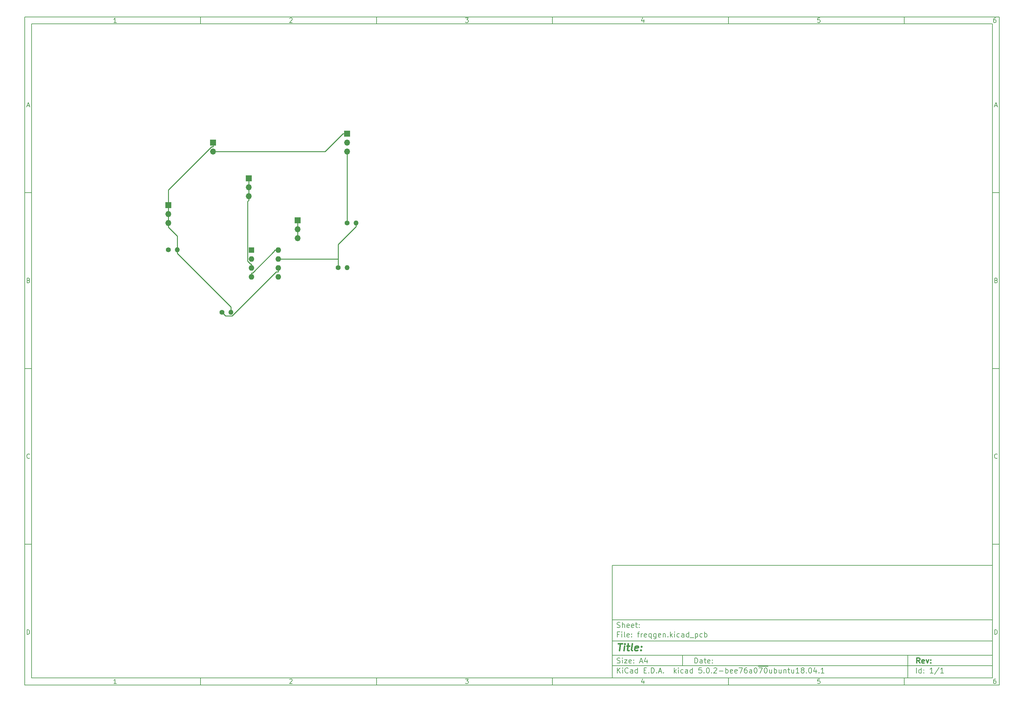
<source format=gbr>
G04 #@! TF.GenerationSoftware,KiCad,Pcbnew,5.0.2-bee76a0~70~ubuntu18.04.1*
G04 #@! TF.CreationDate,2019-03-06T00:46:13+05:30*
G04 #@! TF.ProjectId,freqgen,66726571-6765-46e2-9e6b-696361645f70,rev?*
G04 #@! TF.SameCoordinates,Original*
G04 #@! TF.FileFunction,Copper,L2,Bot*
G04 #@! TF.FilePolarity,Positive*
%FSLAX46Y46*%
G04 Gerber Fmt 4.6, Leading zero omitted, Abs format (unit mm)*
G04 Created by KiCad (PCBNEW 5.0.2-bee76a0~70~ubuntu18.04.1) date Wed Mar  6 00:46:13 2019*
%MOMM*%
%LPD*%
G01*
G04 APERTURE LIST*
%ADD10C,0.100000*%
%ADD11C,0.150000*%
%ADD12C,0.300000*%
%ADD13C,0.400000*%
G04 #@! TA.AperFunction,ComponentPad*
%ADD14O,1.400000X1.400000*%
G04 #@! TD*
G04 #@! TA.AperFunction,ComponentPad*
%ADD15C,1.400000*%
G04 #@! TD*
G04 #@! TA.AperFunction,ComponentPad*
%ADD16O,1.700000X1.700000*%
G04 #@! TD*
G04 #@! TA.AperFunction,ComponentPad*
%ADD17R,1.700000X1.700000*%
G04 #@! TD*
G04 #@! TA.AperFunction,ComponentPad*
%ADD18R,1.600000X1.600000*%
G04 #@! TD*
G04 #@! TA.AperFunction,ComponentPad*
%ADD19O,1.600000X1.600000*%
G04 #@! TD*
G04 #@! TA.AperFunction,Conductor*
%ADD20C,0.250000*%
G04 #@! TD*
G04 APERTURE END LIST*
D10*
D11*
X177002200Y-166007200D02*
X177002200Y-198007200D01*
X285002200Y-198007200D01*
X285002200Y-166007200D01*
X177002200Y-166007200D01*
D10*
D11*
X10000000Y-10000000D02*
X10000000Y-200007200D01*
X287002200Y-200007200D01*
X287002200Y-10000000D01*
X10000000Y-10000000D01*
D10*
D11*
X12000000Y-12000000D02*
X12000000Y-198007200D01*
X285002200Y-198007200D01*
X285002200Y-12000000D01*
X12000000Y-12000000D01*
D10*
D11*
X60000000Y-12000000D02*
X60000000Y-10000000D01*
D10*
D11*
X110000000Y-12000000D02*
X110000000Y-10000000D01*
D10*
D11*
X160000000Y-12000000D02*
X160000000Y-10000000D01*
D10*
D11*
X210000000Y-12000000D02*
X210000000Y-10000000D01*
D10*
D11*
X260000000Y-12000000D02*
X260000000Y-10000000D01*
D10*
D11*
X36065476Y-11588095D02*
X35322619Y-11588095D01*
X35694047Y-11588095D02*
X35694047Y-10288095D01*
X35570238Y-10473809D01*
X35446428Y-10597619D01*
X35322619Y-10659523D01*
D10*
D11*
X85322619Y-10411904D02*
X85384523Y-10350000D01*
X85508333Y-10288095D01*
X85817857Y-10288095D01*
X85941666Y-10350000D01*
X86003571Y-10411904D01*
X86065476Y-10535714D01*
X86065476Y-10659523D01*
X86003571Y-10845238D01*
X85260714Y-11588095D01*
X86065476Y-11588095D01*
D10*
D11*
X135260714Y-10288095D02*
X136065476Y-10288095D01*
X135632142Y-10783333D01*
X135817857Y-10783333D01*
X135941666Y-10845238D01*
X136003571Y-10907142D01*
X136065476Y-11030952D01*
X136065476Y-11340476D01*
X136003571Y-11464285D01*
X135941666Y-11526190D01*
X135817857Y-11588095D01*
X135446428Y-11588095D01*
X135322619Y-11526190D01*
X135260714Y-11464285D01*
D10*
D11*
X185941666Y-10721428D02*
X185941666Y-11588095D01*
X185632142Y-10226190D02*
X185322619Y-11154761D01*
X186127380Y-11154761D01*
D10*
D11*
X236003571Y-10288095D02*
X235384523Y-10288095D01*
X235322619Y-10907142D01*
X235384523Y-10845238D01*
X235508333Y-10783333D01*
X235817857Y-10783333D01*
X235941666Y-10845238D01*
X236003571Y-10907142D01*
X236065476Y-11030952D01*
X236065476Y-11340476D01*
X236003571Y-11464285D01*
X235941666Y-11526190D01*
X235817857Y-11588095D01*
X235508333Y-11588095D01*
X235384523Y-11526190D01*
X235322619Y-11464285D01*
D10*
D11*
X285941666Y-10288095D02*
X285694047Y-10288095D01*
X285570238Y-10350000D01*
X285508333Y-10411904D01*
X285384523Y-10597619D01*
X285322619Y-10845238D01*
X285322619Y-11340476D01*
X285384523Y-11464285D01*
X285446428Y-11526190D01*
X285570238Y-11588095D01*
X285817857Y-11588095D01*
X285941666Y-11526190D01*
X286003571Y-11464285D01*
X286065476Y-11340476D01*
X286065476Y-11030952D01*
X286003571Y-10907142D01*
X285941666Y-10845238D01*
X285817857Y-10783333D01*
X285570238Y-10783333D01*
X285446428Y-10845238D01*
X285384523Y-10907142D01*
X285322619Y-11030952D01*
D10*
D11*
X60000000Y-198007200D02*
X60000000Y-200007200D01*
D10*
D11*
X110000000Y-198007200D02*
X110000000Y-200007200D01*
D10*
D11*
X160000000Y-198007200D02*
X160000000Y-200007200D01*
D10*
D11*
X210000000Y-198007200D02*
X210000000Y-200007200D01*
D10*
D11*
X260000000Y-198007200D02*
X260000000Y-200007200D01*
D10*
D11*
X36065476Y-199595295D02*
X35322619Y-199595295D01*
X35694047Y-199595295D02*
X35694047Y-198295295D01*
X35570238Y-198481009D01*
X35446428Y-198604819D01*
X35322619Y-198666723D01*
D10*
D11*
X85322619Y-198419104D02*
X85384523Y-198357200D01*
X85508333Y-198295295D01*
X85817857Y-198295295D01*
X85941666Y-198357200D01*
X86003571Y-198419104D01*
X86065476Y-198542914D01*
X86065476Y-198666723D01*
X86003571Y-198852438D01*
X85260714Y-199595295D01*
X86065476Y-199595295D01*
D10*
D11*
X135260714Y-198295295D02*
X136065476Y-198295295D01*
X135632142Y-198790533D01*
X135817857Y-198790533D01*
X135941666Y-198852438D01*
X136003571Y-198914342D01*
X136065476Y-199038152D01*
X136065476Y-199347676D01*
X136003571Y-199471485D01*
X135941666Y-199533390D01*
X135817857Y-199595295D01*
X135446428Y-199595295D01*
X135322619Y-199533390D01*
X135260714Y-199471485D01*
D10*
D11*
X185941666Y-198728628D02*
X185941666Y-199595295D01*
X185632142Y-198233390D02*
X185322619Y-199161961D01*
X186127380Y-199161961D01*
D10*
D11*
X236003571Y-198295295D02*
X235384523Y-198295295D01*
X235322619Y-198914342D01*
X235384523Y-198852438D01*
X235508333Y-198790533D01*
X235817857Y-198790533D01*
X235941666Y-198852438D01*
X236003571Y-198914342D01*
X236065476Y-199038152D01*
X236065476Y-199347676D01*
X236003571Y-199471485D01*
X235941666Y-199533390D01*
X235817857Y-199595295D01*
X235508333Y-199595295D01*
X235384523Y-199533390D01*
X235322619Y-199471485D01*
D10*
D11*
X285941666Y-198295295D02*
X285694047Y-198295295D01*
X285570238Y-198357200D01*
X285508333Y-198419104D01*
X285384523Y-198604819D01*
X285322619Y-198852438D01*
X285322619Y-199347676D01*
X285384523Y-199471485D01*
X285446428Y-199533390D01*
X285570238Y-199595295D01*
X285817857Y-199595295D01*
X285941666Y-199533390D01*
X286003571Y-199471485D01*
X286065476Y-199347676D01*
X286065476Y-199038152D01*
X286003571Y-198914342D01*
X285941666Y-198852438D01*
X285817857Y-198790533D01*
X285570238Y-198790533D01*
X285446428Y-198852438D01*
X285384523Y-198914342D01*
X285322619Y-199038152D01*
D10*
D11*
X10000000Y-60000000D02*
X12000000Y-60000000D01*
D10*
D11*
X10000000Y-110000000D02*
X12000000Y-110000000D01*
D10*
D11*
X10000000Y-160000000D02*
X12000000Y-160000000D01*
D10*
D11*
X10690476Y-35216666D02*
X11309523Y-35216666D01*
X10566666Y-35588095D02*
X11000000Y-34288095D01*
X11433333Y-35588095D01*
D10*
D11*
X11092857Y-84907142D02*
X11278571Y-84969047D01*
X11340476Y-85030952D01*
X11402380Y-85154761D01*
X11402380Y-85340476D01*
X11340476Y-85464285D01*
X11278571Y-85526190D01*
X11154761Y-85588095D01*
X10659523Y-85588095D01*
X10659523Y-84288095D01*
X11092857Y-84288095D01*
X11216666Y-84350000D01*
X11278571Y-84411904D01*
X11340476Y-84535714D01*
X11340476Y-84659523D01*
X11278571Y-84783333D01*
X11216666Y-84845238D01*
X11092857Y-84907142D01*
X10659523Y-84907142D01*
D10*
D11*
X11402380Y-135464285D02*
X11340476Y-135526190D01*
X11154761Y-135588095D01*
X11030952Y-135588095D01*
X10845238Y-135526190D01*
X10721428Y-135402380D01*
X10659523Y-135278571D01*
X10597619Y-135030952D01*
X10597619Y-134845238D01*
X10659523Y-134597619D01*
X10721428Y-134473809D01*
X10845238Y-134350000D01*
X11030952Y-134288095D01*
X11154761Y-134288095D01*
X11340476Y-134350000D01*
X11402380Y-134411904D01*
D10*
D11*
X10659523Y-185588095D02*
X10659523Y-184288095D01*
X10969047Y-184288095D01*
X11154761Y-184350000D01*
X11278571Y-184473809D01*
X11340476Y-184597619D01*
X11402380Y-184845238D01*
X11402380Y-185030952D01*
X11340476Y-185278571D01*
X11278571Y-185402380D01*
X11154761Y-185526190D01*
X10969047Y-185588095D01*
X10659523Y-185588095D01*
D10*
D11*
X287002200Y-60000000D02*
X285002200Y-60000000D01*
D10*
D11*
X287002200Y-110000000D02*
X285002200Y-110000000D01*
D10*
D11*
X287002200Y-160000000D02*
X285002200Y-160000000D01*
D10*
D11*
X285692676Y-35216666D02*
X286311723Y-35216666D01*
X285568866Y-35588095D02*
X286002200Y-34288095D01*
X286435533Y-35588095D01*
D10*
D11*
X286095057Y-84907142D02*
X286280771Y-84969047D01*
X286342676Y-85030952D01*
X286404580Y-85154761D01*
X286404580Y-85340476D01*
X286342676Y-85464285D01*
X286280771Y-85526190D01*
X286156961Y-85588095D01*
X285661723Y-85588095D01*
X285661723Y-84288095D01*
X286095057Y-84288095D01*
X286218866Y-84350000D01*
X286280771Y-84411904D01*
X286342676Y-84535714D01*
X286342676Y-84659523D01*
X286280771Y-84783333D01*
X286218866Y-84845238D01*
X286095057Y-84907142D01*
X285661723Y-84907142D01*
D10*
D11*
X286404580Y-135464285D02*
X286342676Y-135526190D01*
X286156961Y-135588095D01*
X286033152Y-135588095D01*
X285847438Y-135526190D01*
X285723628Y-135402380D01*
X285661723Y-135278571D01*
X285599819Y-135030952D01*
X285599819Y-134845238D01*
X285661723Y-134597619D01*
X285723628Y-134473809D01*
X285847438Y-134350000D01*
X286033152Y-134288095D01*
X286156961Y-134288095D01*
X286342676Y-134350000D01*
X286404580Y-134411904D01*
D10*
D11*
X285661723Y-185588095D02*
X285661723Y-184288095D01*
X285971247Y-184288095D01*
X286156961Y-184350000D01*
X286280771Y-184473809D01*
X286342676Y-184597619D01*
X286404580Y-184845238D01*
X286404580Y-185030952D01*
X286342676Y-185278571D01*
X286280771Y-185402380D01*
X286156961Y-185526190D01*
X285971247Y-185588095D01*
X285661723Y-185588095D01*
D10*
D11*
X200434342Y-193785771D02*
X200434342Y-192285771D01*
X200791485Y-192285771D01*
X201005771Y-192357200D01*
X201148628Y-192500057D01*
X201220057Y-192642914D01*
X201291485Y-192928628D01*
X201291485Y-193142914D01*
X201220057Y-193428628D01*
X201148628Y-193571485D01*
X201005771Y-193714342D01*
X200791485Y-193785771D01*
X200434342Y-193785771D01*
X202577200Y-193785771D02*
X202577200Y-193000057D01*
X202505771Y-192857200D01*
X202362914Y-192785771D01*
X202077200Y-192785771D01*
X201934342Y-192857200D01*
X202577200Y-193714342D02*
X202434342Y-193785771D01*
X202077200Y-193785771D01*
X201934342Y-193714342D01*
X201862914Y-193571485D01*
X201862914Y-193428628D01*
X201934342Y-193285771D01*
X202077200Y-193214342D01*
X202434342Y-193214342D01*
X202577200Y-193142914D01*
X203077200Y-192785771D02*
X203648628Y-192785771D01*
X203291485Y-192285771D02*
X203291485Y-193571485D01*
X203362914Y-193714342D01*
X203505771Y-193785771D01*
X203648628Y-193785771D01*
X204720057Y-193714342D02*
X204577200Y-193785771D01*
X204291485Y-193785771D01*
X204148628Y-193714342D01*
X204077200Y-193571485D01*
X204077200Y-193000057D01*
X204148628Y-192857200D01*
X204291485Y-192785771D01*
X204577200Y-192785771D01*
X204720057Y-192857200D01*
X204791485Y-193000057D01*
X204791485Y-193142914D01*
X204077200Y-193285771D01*
X205434342Y-193642914D02*
X205505771Y-193714342D01*
X205434342Y-193785771D01*
X205362914Y-193714342D01*
X205434342Y-193642914D01*
X205434342Y-193785771D01*
X205434342Y-192857200D02*
X205505771Y-192928628D01*
X205434342Y-193000057D01*
X205362914Y-192928628D01*
X205434342Y-192857200D01*
X205434342Y-193000057D01*
D10*
D11*
X177002200Y-194507200D02*
X285002200Y-194507200D01*
D10*
D11*
X178434342Y-196585771D02*
X178434342Y-195085771D01*
X179291485Y-196585771D02*
X178648628Y-195728628D01*
X179291485Y-195085771D02*
X178434342Y-195942914D01*
X179934342Y-196585771D02*
X179934342Y-195585771D01*
X179934342Y-195085771D02*
X179862914Y-195157200D01*
X179934342Y-195228628D01*
X180005771Y-195157200D01*
X179934342Y-195085771D01*
X179934342Y-195228628D01*
X181505771Y-196442914D02*
X181434342Y-196514342D01*
X181220057Y-196585771D01*
X181077200Y-196585771D01*
X180862914Y-196514342D01*
X180720057Y-196371485D01*
X180648628Y-196228628D01*
X180577200Y-195942914D01*
X180577200Y-195728628D01*
X180648628Y-195442914D01*
X180720057Y-195300057D01*
X180862914Y-195157200D01*
X181077200Y-195085771D01*
X181220057Y-195085771D01*
X181434342Y-195157200D01*
X181505771Y-195228628D01*
X182791485Y-196585771D02*
X182791485Y-195800057D01*
X182720057Y-195657200D01*
X182577200Y-195585771D01*
X182291485Y-195585771D01*
X182148628Y-195657200D01*
X182791485Y-196514342D02*
X182648628Y-196585771D01*
X182291485Y-196585771D01*
X182148628Y-196514342D01*
X182077200Y-196371485D01*
X182077200Y-196228628D01*
X182148628Y-196085771D01*
X182291485Y-196014342D01*
X182648628Y-196014342D01*
X182791485Y-195942914D01*
X184148628Y-196585771D02*
X184148628Y-195085771D01*
X184148628Y-196514342D02*
X184005771Y-196585771D01*
X183720057Y-196585771D01*
X183577200Y-196514342D01*
X183505771Y-196442914D01*
X183434342Y-196300057D01*
X183434342Y-195871485D01*
X183505771Y-195728628D01*
X183577200Y-195657200D01*
X183720057Y-195585771D01*
X184005771Y-195585771D01*
X184148628Y-195657200D01*
X186005771Y-195800057D02*
X186505771Y-195800057D01*
X186720057Y-196585771D02*
X186005771Y-196585771D01*
X186005771Y-195085771D01*
X186720057Y-195085771D01*
X187362914Y-196442914D02*
X187434342Y-196514342D01*
X187362914Y-196585771D01*
X187291485Y-196514342D01*
X187362914Y-196442914D01*
X187362914Y-196585771D01*
X188077200Y-196585771D02*
X188077200Y-195085771D01*
X188434342Y-195085771D01*
X188648628Y-195157200D01*
X188791485Y-195300057D01*
X188862914Y-195442914D01*
X188934342Y-195728628D01*
X188934342Y-195942914D01*
X188862914Y-196228628D01*
X188791485Y-196371485D01*
X188648628Y-196514342D01*
X188434342Y-196585771D01*
X188077200Y-196585771D01*
X189577200Y-196442914D02*
X189648628Y-196514342D01*
X189577200Y-196585771D01*
X189505771Y-196514342D01*
X189577200Y-196442914D01*
X189577200Y-196585771D01*
X190220057Y-196157200D02*
X190934342Y-196157200D01*
X190077200Y-196585771D02*
X190577200Y-195085771D01*
X191077200Y-196585771D01*
X191577200Y-196442914D02*
X191648628Y-196514342D01*
X191577200Y-196585771D01*
X191505771Y-196514342D01*
X191577200Y-196442914D01*
X191577200Y-196585771D01*
X194577200Y-196585771D02*
X194577200Y-195085771D01*
X194720057Y-196014342D02*
X195148628Y-196585771D01*
X195148628Y-195585771D02*
X194577200Y-196157200D01*
X195791485Y-196585771D02*
X195791485Y-195585771D01*
X195791485Y-195085771D02*
X195720057Y-195157200D01*
X195791485Y-195228628D01*
X195862914Y-195157200D01*
X195791485Y-195085771D01*
X195791485Y-195228628D01*
X197148628Y-196514342D02*
X197005771Y-196585771D01*
X196720057Y-196585771D01*
X196577200Y-196514342D01*
X196505771Y-196442914D01*
X196434342Y-196300057D01*
X196434342Y-195871485D01*
X196505771Y-195728628D01*
X196577200Y-195657200D01*
X196720057Y-195585771D01*
X197005771Y-195585771D01*
X197148628Y-195657200D01*
X198434342Y-196585771D02*
X198434342Y-195800057D01*
X198362914Y-195657200D01*
X198220057Y-195585771D01*
X197934342Y-195585771D01*
X197791485Y-195657200D01*
X198434342Y-196514342D02*
X198291485Y-196585771D01*
X197934342Y-196585771D01*
X197791485Y-196514342D01*
X197720057Y-196371485D01*
X197720057Y-196228628D01*
X197791485Y-196085771D01*
X197934342Y-196014342D01*
X198291485Y-196014342D01*
X198434342Y-195942914D01*
X199791485Y-196585771D02*
X199791485Y-195085771D01*
X199791485Y-196514342D02*
X199648628Y-196585771D01*
X199362914Y-196585771D01*
X199220057Y-196514342D01*
X199148628Y-196442914D01*
X199077200Y-196300057D01*
X199077200Y-195871485D01*
X199148628Y-195728628D01*
X199220057Y-195657200D01*
X199362914Y-195585771D01*
X199648628Y-195585771D01*
X199791485Y-195657200D01*
X202362914Y-195085771D02*
X201648628Y-195085771D01*
X201577200Y-195800057D01*
X201648628Y-195728628D01*
X201791485Y-195657200D01*
X202148628Y-195657200D01*
X202291485Y-195728628D01*
X202362914Y-195800057D01*
X202434342Y-195942914D01*
X202434342Y-196300057D01*
X202362914Y-196442914D01*
X202291485Y-196514342D01*
X202148628Y-196585771D01*
X201791485Y-196585771D01*
X201648628Y-196514342D01*
X201577200Y-196442914D01*
X203077200Y-196442914D02*
X203148628Y-196514342D01*
X203077200Y-196585771D01*
X203005771Y-196514342D01*
X203077200Y-196442914D01*
X203077200Y-196585771D01*
X204077200Y-195085771D02*
X204220057Y-195085771D01*
X204362914Y-195157200D01*
X204434342Y-195228628D01*
X204505771Y-195371485D01*
X204577200Y-195657200D01*
X204577200Y-196014342D01*
X204505771Y-196300057D01*
X204434342Y-196442914D01*
X204362914Y-196514342D01*
X204220057Y-196585771D01*
X204077200Y-196585771D01*
X203934342Y-196514342D01*
X203862914Y-196442914D01*
X203791485Y-196300057D01*
X203720057Y-196014342D01*
X203720057Y-195657200D01*
X203791485Y-195371485D01*
X203862914Y-195228628D01*
X203934342Y-195157200D01*
X204077200Y-195085771D01*
X205220057Y-196442914D02*
X205291485Y-196514342D01*
X205220057Y-196585771D01*
X205148628Y-196514342D01*
X205220057Y-196442914D01*
X205220057Y-196585771D01*
X205862914Y-195228628D02*
X205934342Y-195157200D01*
X206077200Y-195085771D01*
X206434342Y-195085771D01*
X206577200Y-195157200D01*
X206648628Y-195228628D01*
X206720057Y-195371485D01*
X206720057Y-195514342D01*
X206648628Y-195728628D01*
X205791485Y-196585771D01*
X206720057Y-196585771D01*
X207362914Y-196014342D02*
X208505771Y-196014342D01*
X209220057Y-196585771D02*
X209220057Y-195085771D01*
X209220057Y-195657200D02*
X209362914Y-195585771D01*
X209648628Y-195585771D01*
X209791485Y-195657200D01*
X209862914Y-195728628D01*
X209934342Y-195871485D01*
X209934342Y-196300057D01*
X209862914Y-196442914D01*
X209791485Y-196514342D01*
X209648628Y-196585771D01*
X209362914Y-196585771D01*
X209220057Y-196514342D01*
X211148628Y-196514342D02*
X211005771Y-196585771D01*
X210720057Y-196585771D01*
X210577200Y-196514342D01*
X210505771Y-196371485D01*
X210505771Y-195800057D01*
X210577200Y-195657200D01*
X210720057Y-195585771D01*
X211005771Y-195585771D01*
X211148628Y-195657200D01*
X211220057Y-195800057D01*
X211220057Y-195942914D01*
X210505771Y-196085771D01*
X212434342Y-196514342D02*
X212291485Y-196585771D01*
X212005771Y-196585771D01*
X211862914Y-196514342D01*
X211791485Y-196371485D01*
X211791485Y-195800057D01*
X211862914Y-195657200D01*
X212005771Y-195585771D01*
X212291485Y-195585771D01*
X212434342Y-195657200D01*
X212505771Y-195800057D01*
X212505771Y-195942914D01*
X211791485Y-196085771D01*
X213005771Y-195085771D02*
X214005771Y-195085771D01*
X213362914Y-196585771D01*
X215220057Y-195085771D02*
X214934342Y-195085771D01*
X214791485Y-195157200D01*
X214720057Y-195228628D01*
X214577200Y-195442914D01*
X214505771Y-195728628D01*
X214505771Y-196300057D01*
X214577200Y-196442914D01*
X214648628Y-196514342D01*
X214791485Y-196585771D01*
X215077200Y-196585771D01*
X215220057Y-196514342D01*
X215291485Y-196442914D01*
X215362914Y-196300057D01*
X215362914Y-195942914D01*
X215291485Y-195800057D01*
X215220057Y-195728628D01*
X215077200Y-195657200D01*
X214791485Y-195657200D01*
X214648628Y-195728628D01*
X214577200Y-195800057D01*
X214505771Y-195942914D01*
X216648628Y-196585771D02*
X216648628Y-195800057D01*
X216577200Y-195657200D01*
X216434342Y-195585771D01*
X216148628Y-195585771D01*
X216005771Y-195657200D01*
X216648628Y-196514342D02*
X216505771Y-196585771D01*
X216148628Y-196585771D01*
X216005771Y-196514342D01*
X215934342Y-196371485D01*
X215934342Y-196228628D01*
X216005771Y-196085771D01*
X216148628Y-196014342D01*
X216505771Y-196014342D01*
X216648628Y-195942914D01*
X217648628Y-195085771D02*
X217791485Y-195085771D01*
X217934342Y-195157200D01*
X218005771Y-195228628D01*
X218077200Y-195371485D01*
X218148628Y-195657200D01*
X218148628Y-196014342D01*
X218077200Y-196300057D01*
X218005771Y-196442914D01*
X217934342Y-196514342D01*
X217791485Y-196585771D01*
X217648628Y-196585771D01*
X217505771Y-196514342D01*
X217434342Y-196442914D01*
X217362914Y-196300057D01*
X217291485Y-196014342D01*
X217291485Y-195657200D01*
X217362914Y-195371485D01*
X217434342Y-195228628D01*
X217505771Y-195157200D01*
X217648628Y-195085771D01*
X218434342Y-194677200D02*
X219862914Y-194677200D01*
X218648628Y-195085771D02*
X219648628Y-195085771D01*
X219005771Y-196585771D01*
X219862914Y-194677200D02*
X221291485Y-194677200D01*
X220505771Y-195085771D02*
X220648628Y-195085771D01*
X220791485Y-195157200D01*
X220862914Y-195228628D01*
X220934342Y-195371485D01*
X221005771Y-195657200D01*
X221005771Y-196014342D01*
X220934342Y-196300057D01*
X220862914Y-196442914D01*
X220791485Y-196514342D01*
X220648628Y-196585771D01*
X220505771Y-196585771D01*
X220362914Y-196514342D01*
X220291485Y-196442914D01*
X220220057Y-196300057D01*
X220148628Y-196014342D01*
X220148628Y-195657200D01*
X220220057Y-195371485D01*
X220291485Y-195228628D01*
X220362914Y-195157200D01*
X220505771Y-195085771D01*
X222291485Y-195585771D02*
X222291485Y-196585771D01*
X221648628Y-195585771D02*
X221648628Y-196371485D01*
X221720057Y-196514342D01*
X221862914Y-196585771D01*
X222077200Y-196585771D01*
X222220057Y-196514342D01*
X222291485Y-196442914D01*
X223005771Y-196585771D02*
X223005771Y-195085771D01*
X223005771Y-195657200D02*
X223148628Y-195585771D01*
X223434342Y-195585771D01*
X223577200Y-195657200D01*
X223648628Y-195728628D01*
X223720057Y-195871485D01*
X223720057Y-196300057D01*
X223648628Y-196442914D01*
X223577200Y-196514342D01*
X223434342Y-196585771D01*
X223148628Y-196585771D01*
X223005771Y-196514342D01*
X225005771Y-195585771D02*
X225005771Y-196585771D01*
X224362914Y-195585771D02*
X224362914Y-196371485D01*
X224434342Y-196514342D01*
X224577200Y-196585771D01*
X224791485Y-196585771D01*
X224934342Y-196514342D01*
X225005771Y-196442914D01*
X225720057Y-195585771D02*
X225720057Y-196585771D01*
X225720057Y-195728628D02*
X225791485Y-195657200D01*
X225934342Y-195585771D01*
X226148628Y-195585771D01*
X226291485Y-195657200D01*
X226362914Y-195800057D01*
X226362914Y-196585771D01*
X226862914Y-195585771D02*
X227434342Y-195585771D01*
X227077200Y-195085771D02*
X227077200Y-196371485D01*
X227148628Y-196514342D01*
X227291485Y-196585771D01*
X227434342Y-196585771D01*
X228577200Y-195585771D02*
X228577200Y-196585771D01*
X227934342Y-195585771D02*
X227934342Y-196371485D01*
X228005771Y-196514342D01*
X228148628Y-196585771D01*
X228362914Y-196585771D01*
X228505771Y-196514342D01*
X228577200Y-196442914D01*
X230077200Y-196585771D02*
X229220057Y-196585771D01*
X229648628Y-196585771D02*
X229648628Y-195085771D01*
X229505771Y-195300057D01*
X229362914Y-195442914D01*
X229220057Y-195514342D01*
X230934342Y-195728628D02*
X230791485Y-195657200D01*
X230720057Y-195585771D01*
X230648628Y-195442914D01*
X230648628Y-195371485D01*
X230720057Y-195228628D01*
X230791485Y-195157200D01*
X230934342Y-195085771D01*
X231220057Y-195085771D01*
X231362914Y-195157200D01*
X231434342Y-195228628D01*
X231505771Y-195371485D01*
X231505771Y-195442914D01*
X231434342Y-195585771D01*
X231362914Y-195657200D01*
X231220057Y-195728628D01*
X230934342Y-195728628D01*
X230791485Y-195800057D01*
X230720057Y-195871485D01*
X230648628Y-196014342D01*
X230648628Y-196300057D01*
X230720057Y-196442914D01*
X230791485Y-196514342D01*
X230934342Y-196585771D01*
X231220057Y-196585771D01*
X231362914Y-196514342D01*
X231434342Y-196442914D01*
X231505771Y-196300057D01*
X231505771Y-196014342D01*
X231434342Y-195871485D01*
X231362914Y-195800057D01*
X231220057Y-195728628D01*
X232148628Y-196442914D02*
X232220057Y-196514342D01*
X232148628Y-196585771D01*
X232077200Y-196514342D01*
X232148628Y-196442914D01*
X232148628Y-196585771D01*
X233148628Y-195085771D02*
X233291485Y-195085771D01*
X233434342Y-195157200D01*
X233505771Y-195228628D01*
X233577200Y-195371485D01*
X233648628Y-195657200D01*
X233648628Y-196014342D01*
X233577200Y-196300057D01*
X233505771Y-196442914D01*
X233434342Y-196514342D01*
X233291485Y-196585771D01*
X233148628Y-196585771D01*
X233005771Y-196514342D01*
X232934342Y-196442914D01*
X232862914Y-196300057D01*
X232791485Y-196014342D01*
X232791485Y-195657200D01*
X232862914Y-195371485D01*
X232934342Y-195228628D01*
X233005771Y-195157200D01*
X233148628Y-195085771D01*
X234934342Y-195585771D02*
X234934342Y-196585771D01*
X234577200Y-195014342D02*
X234220057Y-196085771D01*
X235148628Y-196085771D01*
X235720057Y-196442914D02*
X235791485Y-196514342D01*
X235720057Y-196585771D01*
X235648628Y-196514342D01*
X235720057Y-196442914D01*
X235720057Y-196585771D01*
X237220057Y-196585771D02*
X236362914Y-196585771D01*
X236791485Y-196585771D02*
X236791485Y-195085771D01*
X236648628Y-195300057D01*
X236505771Y-195442914D01*
X236362914Y-195514342D01*
D10*
D11*
X177002200Y-191507200D02*
X285002200Y-191507200D01*
D10*
D12*
X264411485Y-193785771D02*
X263911485Y-193071485D01*
X263554342Y-193785771D02*
X263554342Y-192285771D01*
X264125771Y-192285771D01*
X264268628Y-192357200D01*
X264340057Y-192428628D01*
X264411485Y-192571485D01*
X264411485Y-192785771D01*
X264340057Y-192928628D01*
X264268628Y-193000057D01*
X264125771Y-193071485D01*
X263554342Y-193071485D01*
X265625771Y-193714342D02*
X265482914Y-193785771D01*
X265197200Y-193785771D01*
X265054342Y-193714342D01*
X264982914Y-193571485D01*
X264982914Y-193000057D01*
X265054342Y-192857200D01*
X265197200Y-192785771D01*
X265482914Y-192785771D01*
X265625771Y-192857200D01*
X265697200Y-193000057D01*
X265697200Y-193142914D01*
X264982914Y-193285771D01*
X266197200Y-192785771D02*
X266554342Y-193785771D01*
X266911485Y-192785771D01*
X267482914Y-193642914D02*
X267554342Y-193714342D01*
X267482914Y-193785771D01*
X267411485Y-193714342D01*
X267482914Y-193642914D01*
X267482914Y-193785771D01*
X267482914Y-192857200D02*
X267554342Y-192928628D01*
X267482914Y-193000057D01*
X267411485Y-192928628D01*
X267482914Y-192857200D01*
X267482914Y-193000057D01*
D10*
D11*
X178362914Y-193714342D02*
X178577200Y-193785771D01*
X178934342Y-193785771D01*
X179077200Y-193714342D01*
X179148628Y-193642914D01*
X179220057Y-193500057D01*
X179220057Y-193357200D01*
X179148628Y-193214342D01*
X179077200Y-193142914D01*
X178934342Y-193071485D01*
X178648628Y-193000057D01*
X178505771Y-192928628D01*
X178434342Y-192857200D01*
X178362914Y-192714342D01*
X178362914Y-192571485D01*
X178434342Y-192428628D01*
X178505771Y-192357200D01*
X178648628Y-192285771D01*
X179005771Y-192285771D01*
X179220057Y-192357200D01*
X179862914Y-193785771D02*
X179862914Y-192785771D01*
X179862914Y-192285771D02*
X179791485Y-192357200D01*
X179862914Y-192428628D01*
X179934342Y-192357200D01*
X179862914Y-192285771D01*
X179862914Y-192428628D01*
X180434342Y-192785771D02*
X181220057Y-192785771D01*
X180434342Y-193785771D01*
X181220057Y-193785771D01*
X182362914Y-193714342D02*
X182220057Y-193785771D01*
X181934342Y-193785771D01*
X181791485Y-193714342D01*
X181720057Y-193571485D01*
X181720057Y-193000057D01*
X181791485Y-192857200D01*
X181934342Y-192785771D01*
X182220057Y-192785771D01*
X182362914Y-192857200D01*
X182434342Y-193000057D01*
X182434342Y-193142914D01*
X181720057Y-193285771D01*
X183077200Y-193642914D02*
X183148628Y-193714342D01*
X183077200Y-193785771D01*
X183005771Y-193714342D01*
X183077200Y-193642914D01*
X183077200Y-193785771D01*
X183077200Y-192857200D02*
X183148628Y-192928628D01*
X183077200Y-193000057D01*
X183005771Y-192928628D01*
X183077200Y-192857200D01*
X183077200Y-193000057D01*
X184862914Y-193357200D02*
X185577200Y-193357200D01*
X184720057Y-193785771D02*
X185220057Y-192285771D01*
X185720057Y-193785771D01*
X186862914Y-192785771D02*
X186862914Y-193785771D01*
X186505771Y-192214342D02*
X186148628Y-193285771D01*
X187077200Y-193285771D01*
D10*
D11*
X263434342Y-196585771D02*
X263434342Y-195085771D01*
X264791485Y-196585771D02*
X264791485Y-195085771D01*
X264791485Y-196514342D02*
X264648628Y-196585771D01*
X264362914Y-196585771D01*
X264220057Y-196514342D01*
X264148628Y-196442914D01*
X264077200Y-196300057D01*
X264077200Y-195871485D01*
X264148628Y-195728628D01*
X264220057Y-195657200D01*
X264362914Y-195585771D01*
X264648628Y-195585771D01*
X264791485Y-195657200D01*
X265505771Y-196442914D02*
X265577200Y-196514342D01*
X265505771Y-196585771D01*
X265434342Y-196514342D01*
X265505771Y-196442914D01*
X265505771Y-196585771D01*
X265505771Y-195657200D02*
X265577200Y-195728628D01*
X265505771Y-195800057D01*
X265434342Y-195728628D01*
X265505771Y-195657200D01*
X265505771Y-195800057D01*
X268148628Y-196585771D02*
X267291485Y-196585771D01*
X267720057Y-196585771D02*
X267720057Y-195085771D01*
X267577200Y-195300057D01*
X267434342Y-195442914D01*
X267291485Y-195514342D01*
X269862914Y-195014342D02*
X268577200Y-196942914D01*
X271148628Y-196585771D02*
X270291485Y-196585771D01*
X270720057Y-196585771D02*
X270720057Y-195085771D01*
X270577200Y-195300057D01*
X270434342Y-195442914D01*
X270291485Y-195514342D01*
D10*
D11*
X177002200Y-187507200D02*
X285002200Y-187507200D01*
D10*
D13*
X178714580Y-188211961D02*
X179857438Y-188211961D01*
X179036009Y-190211961D02*
X179286009Y-188211961D01*
X180274104Y-190211961D02*
X180440771Y-188878628D01*
X180524104Y-188211961D02*
X180416961Y-188307200D01*
X180500295Y-188402438D01*
X180607438Y-188307200D01*
X180524104Y-188211961D01*
X180500295Y-188402438D01*
X181107438Y-188878628D02*
X181869342Y-188878628D01*
X181476485Y-188211961D02*
X181262200Y-189926247D01*
X181333628Y-190116723D01*
X181512200Y-190211961D01*
X181702676Y-190211961D01*
X182655057Y-190211961D02*
X182476485Y-190116723D01*
X182405057Y-189926247D01*
X182619342Y-188211961D01*
X184190771Y-190116723D02*
X183988390Y-190211961D01*
X183607438Y-190211961D01*
X183428866Y-190116723D01*
X183357438Y-189926247D01*
X183452676Y-189164342D01*
X183571723Y-188973866D01*
X183774104Y-188878628D01*
X184155057Y-188878628D01*
X184333628Y-188973866D01*
X184405057Y-189164342D01*
X184381247Y-189354819D01*
X183405057Y-189545295D01*
X185155057Y-190021485D02*
X185238390Y-190116723D01*
X185131247Y-190211961D01*
X185047914Y-190116723D01*
X185155057Y-190021485D01*
X185131247Y-190211961D01*
X185286009Y-188973866D02*
X185369342Y-189069104D01*
X185262200Y-189164342D01*
X185178866Y-189069104D01*
X185286009Y-188973866D01*
X185262200Y-189164342D01*
D10*
D11*
X178934342Y-185600057D02*
X178434342Y-185600057D01*
X178434342Y-186385771D02*
X178434342Y-184885771D01*
X179148628Y-184885771D01*
X179720057Y-186385771D02*
X179720057Y-185385771D01*
X179720057Y-184885771D02*
X179648628Y-184957200D01*
X179720057Y-185028628D01*
X179791485Y-184957200D01*
X179720057Y-184885771D01*
X179720057Y-185028628D01*
X180648628Y-186385771D02*
X180505771Y-186314342D01*
X180434342Y-186171485D01*
X180434342Y-184885771D01*
X181791485Y-186314342D02*
X181648628Y-186385771D01*
X181362914Y-186385771D01*
X181220057Y-186314342D01*
X181148628Y-186171485D01*
X181148628Y-185600057D01*
X181220057Y-185457200D01*
X181362914Y-185385771D01*
X181648628Y-185385771D01*
X181791485Y-185457200D01*
X181862914Y-185600057D01*
X181862914Y-185742914D01*
X181148628Y-185885771D01*
X182505771Y-186242914D02*
X182577200Y-186314342D01*
X182505771Y-186385771D01*
X182434342Y-186314342D01*
X182505771Y-186242914D01*
X182505771Y-186385771D01*
X182505771Y-185457200D02*
X182577200Y-185528628D01*
X182505771Y-185600057D01*
X182434342Y-185528628D01*
X182505771Y-185457200D01*
X182505771Y-185600057D01*
X184148628Y-185385771D02*
X184720057Y-185385771D01*
X184362914Y-186385771D02*
X184362914Y-185100057D01*
X184434342Y-184957200D01*
X184577200Y-184885771D01*
X184720057Y-184885771D01*
X185220057Y-186385771D02*
X185220057Y-185385771D01*
X185220057Y-185671485D02*
X185291485Y-185528628D01*
X185362914Y-185457200D01*
X185505771Y-185385771D01*
X185648628Y-185385771D01*
X186720057Y-186314342D02*
X186577200Y-186385771D01*
X186291485Y-186385771D01*
X186148628Y-186314342D01*
X186077200Y-186171485D01*
X186077200Y-185600057D01*
X186148628Y-185457200D01*
X186291485Y-185385771D01*
X186577200Y-185385771D01*
X186720057Y-185457200D01*
X186791485Y-185600057D01*
X186791485Y-185742914D01*
X186077200Y-185885771D01*
X188077200Y-185385771D02*
X188077200Y-186885771D01*
X188077200Y-186314342D02*
X187934342Y-186385771D01*
X187648628Y-186385771D01*
X187505771Y-186314342D01*
X187434342Y-186242914D01*
X187362914Y-186100057D01*
X187362914Y-185671485D01*
X187434342Y-185528628D01*
X187505771Y-185457200D01*
X187648628Y-185385771D01*
X187934342Y-185385771D01*
X188077200Y-185457200D01*
X189434342Y-185385771D02*
X189434342Y-186600057D01*
X189362914Y-186742914D01*
X189291485Y-186814342D01*
X189148628Y-186885771D01*
X188934342Y-186885771D01*
X188791485Y-186814342D01*
X189434342Y-186314342D02*
X189291485Y-186385771D01*
X189005771Y-186385771D01*
X188862914Y-186314342D01*
X188791485Y-186242914D01*
X188720057Y-186100057D01*
X188720057Y-185671485D01*
X188791485Y-185528628D01*
X188862914Y-185457200D01*
X189005771Y-185385771D01*
X189291485Y-185385771D01*
X189434342Y-185457200D01*
X190720057Y-186314342D02*
X190577200Y-186385771D01*
X190291485Y-186385771D01*
X190148628Y-186314342D01*
X190077200Y-186171485D01*
X190077200Y-185600057D01*
X190148628Y-185457200D01*
X190291485Y-185385771D01*
X190577200Y-185385771D01*
X190720057Y-185457200D01*
X190791485Y-185600057D01*
X190791485Y-185742914D01*
X190077200Y-185885771D01*
X191434342Y-185385771D02*
X191434342Y-186385771D01*
X191434342Y-185528628D02*
X191505771Y-185457200D01*
X191648628Y-185385771D01*
X191862914Y-185385771D01*
X192005771Y-185457200D01*
X192077200Y-185600057D01*
X192077200Y-186385771D01*
X192791485Y-186242914D02*
X192862914Y-186314342D01*
X192791485Y-186385771D01*
X192720057Y-186314342D01*
X192791485Y-186242914D01*
X192791485Y-186385771D01*
X193505771Y-186385771D02*
X193505771Y-184885771D01*
X193648628Y-185814342D02*
X194077200Y-186385771D01*
X194077200Y-185385771D02*
X193505771Y-185957200D01*
X194720057Y-186385771D02*
X194720057Y-185385771D01*
X194720057Y-184885771D02*
X194648628Y-184957200D01*
X194720057Y-185028628D01*
X194791485Y-184957200D01*
X194720057Y-184885771D01*
X194720057Y-185028628D01*
X196077200Y-186314342D02*
X195934342Y-186385771D01*
X195648628Y-186385771D01*
X195505771Y-186314342D01*
X195434342Y-186242914D01*
X195362914Y-186100057D01*
X195362914Y-185671485D01*
X195434342Y-185528628D01*
X195505771Y-185457200D01*
X195648628Y-185385771D01*
X195934342Y-185385771D01*
X196077200Y-185457200D01*
X197362914Y-186385771D02*
X197362914Y-185600057D01*
X197291485Y-185457200D01*
X197148628Y-185385771D01*
X196862914Y-185385771D01*
X196720057Y-185457200D01*
X197362914Y-186314342D02*
X197220057Y-186385771D01*
X196862914Y-186385771D01*
X196720057Y-186314342D01*
X196648628Y-186171485D01*
X196648628Y-186028628D01*
X196720057Y-185885771D01*
X196862914Y-185814342D01*
X197220057Y-185814342D01*
X197362914Y-185742914D01*
X198720057Y-186385771D02*
X198720057Y-184885771D01*
X198720057Y-186314342D02*
X198577200Y-186385771D01*
X198291485Y-186385771D01*
X198148628Y-186314342D01*
X198077200Y-186242914D01*
X198005771Y-186100057D01*
X198005771Y-185671485D01*
X198077200Y-185528628D01*
X198148628Y-185457200D01*
X198291485Y-185385771D01*
X198577200Y-185385771D01*
X198720057Y-185457200D01*
X199077200Y-186528628D02*
X200220057Y-186528628D01*
X200577200Y-185385771D02*
X200577200Y-186885771D01*
X200577200Y-185457200D02*
X200720057Y-185385771D01*
X201005771Y-185385771D01*
X201148628Y-185457200D01*
X201220057Y-185528628D01*
X201291485Y-185671485D01*
X201291485Y-186100057D01*
X201220057Y-186242914D01*
X201148628Y-186314342D01*
X201005771Y-186385771D01*
X200720057Y-186385771D01*
X200577200Y-186314342D01*
X202577200Y-186314342D02*
X202434342Y-186385771D01*
X202148628Y-186385771D01*
X202005771Y-186314342D01*
X201934342Y-186242914D01*
X201862914Y-186100057D01*
X201862914Y-185671485D01*
X201934342Y-185528628D01*
X202005771Y-185457200D01*
X202148628Y-185385771D01*
X202434342Y-185385771D01*
X202577200Y-185457200D01*
X203220057Y-186385771D02*
X203220057Y-184885771D01*
X203220057Y-185457200D02*
X203362914Y-185385771D01*
X203648628Y-185385771D01*
X203791485Y-185457200D01*
X203862914Y-185528628D01*
X203934342Y-185671485D01*
X203934342Y-186100057D01*
X203862914Y-186242914D01*
X203791485Y-186314342D01*
X203648628Y-186385771D01*
X203362914Y-186385771D01*
X203220057Y-186314342D01*
D10*
D11*
X177002200Y-181507200D02*
X285002200Y-181507200D01*
D10*
D11*
X178362914Y-183614342D02*
X178577200Y-183685771D01*
X178934342Y-183685771D01*
X179077200Y-183614342D01*
X179148628Y-183542914D01*
X179220057Y-183400057D01*
X179220057Y-183257200D01*
X179148628Y-183114342D01*
X179077200Y-183042914D01*
X178934342Y-182971485D01*
X178648628Y-182900057D01*
X178505771Y-182828628D01*
X178434342Y-182757200D01*
X178362914Y-182614342D01*
X178362914Y-182471485D01*
X178434342Y-182328628D01*
X178505771Y-182257200D01*
X178648628Y-182185771D01*
X179005771Y-182185771D01*
X179220057Y-182257200D01*
X179862914Y-183685771D02*
X179862914Y-182185771D01*
X180505771Y-183685771D02*
X180505771Y-182900057D01*
X180434342Y-182757200D01*
X180291485Y-182685771D01*
X180077200Y-182685771D01*
X179934342Y-182757200D01*
X179862914Y-182828628D01*
X181791485Y-183614342D02*
X181648628Y-183685771D01*
X181362914Y-183685771D01*
X181220057Y-183614342D01*
X181148628Y-183471485D01*
X181148628Y-182900057D01*
X181220057Y-182757200D01*
X181362914Y-182685771D01*
X181648628Y-182685771D01*
X181791485Y-182757200D01*
X181862914Y-182900057D01*
X181862914Y-183042914D01*
X181148628Y-183185771D01*
X183077200Y-183614342D02*
X182934342Y-183685771D01*
X182648628Y-183685771D01*
X182505771Y-183614342D01*
X182434342Y-183471485D01*
X182434342Y-182900057D01*
X182505771Y-182757200D01*
X182648628Y-182685771D01*
X182934342Y-182685771D01*
X183077200Y-182757200D01*
X183148628Y-182900057D01*
X183148628Y-183042914D01*
X182434342Y-183185771D01*
X183577200Y-182685771D02*
X184148628Y-182685771D01*
X183791485Y-182185771D02*
X183791485Y-183471485D01*
X183862914Y-183614342D01*
X184005771Y-183685771D01*
X184148628Y-183685771D01*
X184648628Y-183542914D02*
X184720057Y-183614342D01*
X184648628Y-183685771D01*
X184577200Y-183614342D01*
X184648628Y-183542914D01*
X184648628Y-183685771D01*
X184648628Y-182757200D02*
X184720057Y-182828628D01*
X184648628Y-182900057D01*
X184577200Y-182828628D01*
X184648628Y-182757200D01*
X184648628Y-182900057D01*
D10*
D11*
X197002200Y-191507200D02*
X197002200Y-194507200D01*
D10*
D11*
X261002200Y-191507200D02*
X261002200Y-198007200D01*
D14*
G04 #@! TO.P,C1,2*
G04 #@! TO.N,Net-(C1-Pad2)*
X53340000Y-76200000D03*
D15*
G04 #@! TO.P,C1,1*
G04 #@! TO.N,Net-(C1-Pad1)*
X50800000Y-76200000D03*
G04 #@! TD*
G04 #@! TO.P,C2,1*
G04 #@! TO.N,Net-(C2-Pad1)*
X66040000Y-93980000D03*
D14*
G04 #@! TO.P,C2,2*
G04 #@! TO.N,Net-(C1-Pad2)*
X68580000Y-93980000D03*
G04 #@! TD*
D16*
G04 #@! TO.P,J1,3*
G04 #@! TO.N,Net-(J1-Pad1)*
X87585000Y-72945000D03*
G04 #@! TO.P,J1,2*
X87585000Y-70405000D03*
D17*
G04 #@! TO.P,J1,1*
X87585000Y-67865000D03*
G04 #@! TD*
G04 #@! TO.P,J2,1*
G04 #@! TO.N,Net-(C1-Pad2)*
X63500000Y-45720000D03*
D16*
G04 #@! TO.P,J2,2*
G04 #@! TO.N,Net-(J2-Pad2)*
X63500000Y-48260000D03*
G04 #@! TD*
G04 #@! TO.P,J3,3*
G04 #@! TO.N,Net-(C1-Pad2)*
X50800000Y-68580000D03*
G04 #@! TO.P,J3,2*
X50800000Y-66040000D03*
D17*
G04 #@! TO.P,J3,1*
X50800000Y-63500000D03*
G04 #@! TD*
G04 #@! TO.P,J4,1*
G04 #@! TO.N,Net-(J4-Pad1)*
X73660000Y-55880000D03*
D16*
G04 #@! TO.P,J4,2*
X73660000Y-58420000D03*
G04 #@! TO.P,J4,3*
X73660000Y-60960000D03*
G04 #@! TD*
D15*
G04 #@! TO.P,R1,1*
G04 #@! TO.N,Net-(R1-Pad1)*
X101600000Y-68580000D03*
D14*
G04 #@! TO.P,R1,2*
G04 #@! TO.N,Net-(R1-Pad2)*
X104140000Y-68580000D03*
G04 #@! TD*
G04 #@! TO.P,R2,2*
G04 #@! TO.N,Net-(C2-Pad1)*
X101600000Y-81280000D03*
D15*
G04 #@! TO.P,R2,1*
G04 #@! TO.N,Net-(R1-Pad2)*
X99060000Y-81280000D03*
G04 #@! TD*
D18*
G04 #@! TO.P,U1,1*
G04 #@! TO.N,Net-(C1-Pad2)*
X74485000Y-76315000D03*
D19*
G04 #@! TO.P,U1,5*
G04 #@! TO.N,Net-(C1-Pad1)*
X82105000Y-83935000D03*
G04 #@! TO.P,U1,2*
G04 #@! TO.N,Net-(J1-Pad1)*
X74485000Y-78855000D03*
G04 #@! TO.P,U1,6*
G04 #@! TO.N,Net-(C2-Pad1)*
X82105000Y-81395000D03*
G04 #@! TO.P,U1,3*
G04 #@! TO.N,Net-(J4-Pad1)*
X74485000Y-81395000D03*
G04 #@! TO.P,U1,7*
G04 #@! TO.N,Net-(R1-Pad2)*
X82105000Y-78855000D03*
G04 #@! TO.P,U1,4*
G04 #@! TO.N,Net-(R1-Pad1)*
X74485000Y-83935000D03*
G04 #@! TO.P,U1,8*
X82105000Y-76315000D03*
G04 #@! TD*
D17*
G04 #@! TO.P,U2,1*
G04 #@! TO.N,Net-(J2-Pad2)*
X101600000Y-43180000D03*
D16*
G04 #@! TO.P,U2,2*
G04 #@! TO.N,Net-(C1-Pad2)*
X101600000Y-45720000D03*
G04 #@! TO.P,U2,3*
G04 #@! TO.N,Net-(R1-Pad1)*
X101600000Y-48260000D03*
G04 #@! TD*
D20*
G04 #@! TO.N,Net-(C1-Pad2)*
X53340000Y-76200000D02*
X53340000Y-77225300D01*
X68580000Y-93980000D02*
X68580000Y-92465300D01*
X68580000Y-92465300D02*
X53340000Y-77225300D01*
X63500000Y-45720000D02*
X63500000Y-46895300D01*
X63500000Y-46895300D02*
X63132700Y-46895300D01*
X63132700Y-46895300D02*
X50800000Y-59228000D01*
X50800000Y-59228000D02*
X50800000Y-63500000D01*
X50800000Y-68580000D02*
X50800000Y-69755300D01*
X50800000Y-69755300D02*
X53340000Y-72295300D01*
X53340000Y-72295300D02*
X53340000Y-76200000D01*
X50800000Y-66040000D02*
X50800000Y-68580000D01*
X50800000Y-63500000D02*
X50800000Y-66040000D01*
G04 #@! TO.N,Net-(C2-Pad1)*
X82105000Y-81395000D02*
X82105000Y-82520300D01*
X82105000Y-82520300D02*
X81489700Y-82520300D01*
X81489700Y-82520300D02*
X68982800Y-95027200D01*
X68982800Y-95027200D02*
X67087200Y-95027200D01*
X67087200Y-95027200D02*
X66040000Y-93980000D01*
G04 #@! TO.N,Net-(J1-Pad1)*
X87585000Y-70405000D02*
X87585000Y-72945000D01*
X87585000Y-67865000D02*
X87585000Y-70405000D01*
G04 #@! TO.N,Net-(J2-Pad2)*
X101600000Y-43180000D02*
X100424700Y-43180000D01*
X100424700Y-43180000D02*
X95344700Y-48260000D01*
X95344700Y-48260000D02*
X63500000Y-48260000D01*
G04 #@! TO.N,Net-(J4-Pad1)*
X73660000Y-60960000D02*
X73660000Y-62135300D01*
X74485000Y-81395000D02*
X74485000Y-80269700D01*
X74485000Y-80269700D02*
X74203700Y-80269700D01*
X74203700Y-80269700D02*
X73359600Y-79425600D01*
X73359600Y-79425600D02*
X73359600Y-62435700D01*
X73359600Y-62435700D02*
X73660000Y-62135300D01*
X73660000Y-58420000D02*
X73660000Y-55880000D01*
X73660000Y-60960000D02*
X73660000Y-58420000D01*
G04 #@! TO.N,Net-(R1-Pad1)*
X74485000Y-83935000D02*
X74485000Y-82809700D01*
X82105000Y-76315000D02*
X80979700Y-76315000D01*
X80979700Y-76315000D02*
X80979700Y-76596300D01*
X80979700Y-76596300D02*
X74766300Y-82809700D01*
X74766300Y-82809700D02*
X74485000Y-82809700D01*
X101600000Y-48260000D02*
X101600000Y-68580000D01*
G04 #@! TO.N,Net-(R1-Pad2)*
X99060000Y-78855000D02*
X99060000Y-74685300D01*
X99060000Y-74685300D02*
X104140000Y-69605300D01*
X99060000Y-81280000D02*
X99060000Y-78855000D01*
X83230300Y-78855000D02*
X99060000Y-78855000D01*
X82105000Y-78855000D02*
X83230300Y-78855000D01*
X104140000Y-68580000D02*
X104140000Y-69605300D01*
G04 #@! TD*
M02*

</source>
